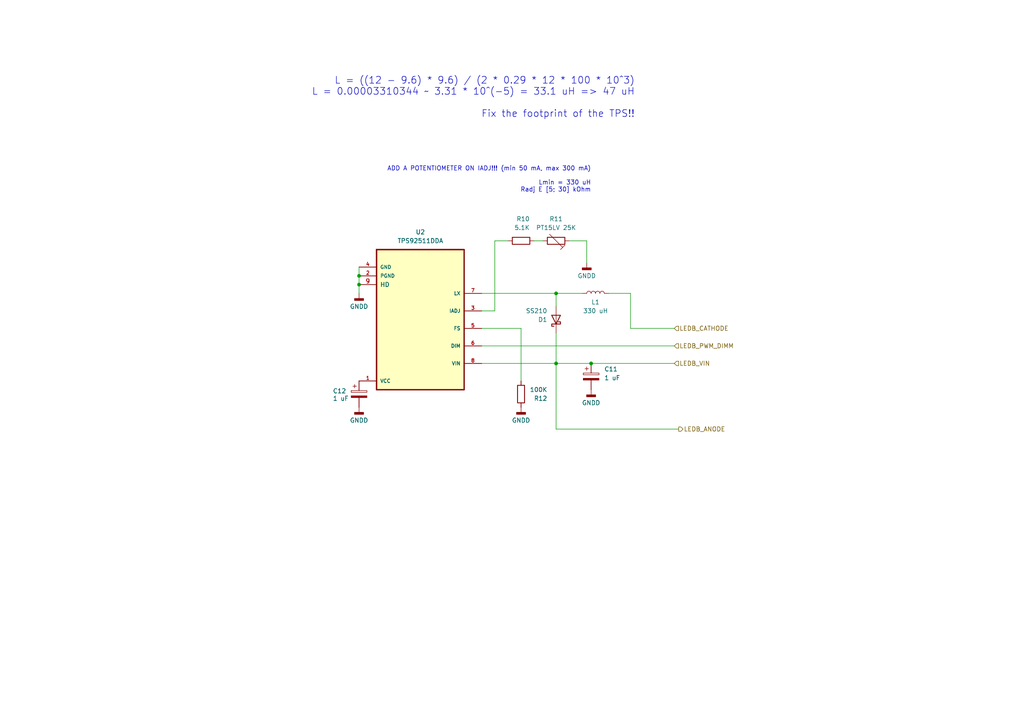
<source format=kicad_sch>
(kicad_sch (version 20230121) (generator eeschema)
  (paper "A4")
  (lib_symbols
    (symbol "Device:C_Polarized" (pin_numbers hide) (pin_names (offset 0.254))
      (property "Reference" "C" (at 0.635 2.54 0))
      (property "Value" "C_Polarized" (at 0.635 -2.54 0))
      (symbol "C_Polarized_0_1"
        (rectangle (start -2.286 0.508) (end 2.286 1.016))
        (polyline (pts (xy -1.778 2.286) (xy -0.762 2.286)))
        (polyline (pts (xy -1.27 2.794) (xy -1.27 1.778)))
        (rectangle (start 2.286 -0.508) (end -2.286 -1.016) (fill (type outline)))
      )
      (symbol "C_Polarized_1_1"
        (pin passive line (at 0 3.81 270) (length 2.794) (name "~") (number "1"))
        (pin passive line (at 0 -3.81 90) (length 2.794) (name "~") (number "2"))
      )
    )
    (symbol "Device:D_Schottky" (pin_numbers hide) (pin_names (offset 1.016) hide)
      (property "Reference" "D" (at 0 2.54 0))
      (property "Value" "D_Schottky" (at 0 -2.54 0))
      (symbol "D_Schottky_0_1"
        (polyline (pts (xy 1.27 0) (xy -1.27 0)))
        (polyline (pts (xy 1.27 1.27) (xy 1.27 -1.27) (xy -1.27 0) (xy 1.27 1.27)) (stroke (width 0.254)))
        (polyline (pts (xy -1.905 0.635) (xy -1.905 1.27) (xy -1.27 1.27) (xy -1.27 -1.27) (xy -0.635 -1.27) (xy -0.635 -0.635)) (stroke (width 0.254)))
      )
      (symbol "D_Schottky_1_1"
        (pin passive line (at -3.81 0 0) (length 2.54) (name "K") (number "1"))
        (pin passive line (at 3.81 0 180) (length 2.54) (name "A") (number "2"))
      )
    )
    (symbol "Device:L" (pin_numbers hide) (pin_names (offset 1.016) hide)
      (property "Reference" "L" (at -1.27 0 90))
      (property "Value" "L" (at 1.905 0 90))
      (symbol "L_0_1"
        (arc (start 0 -2.54) (mid 0.6323 -1.905) (end 0 -1.27))
        (arc (start 0 -1.27) (mid 0.6323 -0.635) (end 0 0))
        (arc (start 0 0) (mid 0.6323 0.635) (end 0 1.27))
        (arc (start 0 1.27) (mid 0.6323 1.905) (end 0 2.54))
      )
      (symbol "L_1_1"
        (pin passive line (at 0 3.81 270) (length 1.27) (name "1") (number "1"))
        (pin passive line (at 0 -3.81 90) (length 1.27) (name "2") (number "2"))
      )
    )
    (symbol "Device:R" (pin_numbers hide) (pin_names (offset 0))
      (property "Reference" "R" (at 2.032 0 90))
      (property "Value" "R" (at 0 0 90))
      (symbol "R_0_1"
        (rectangle (start -1.016 -2.54) (end 1.016 2.54) (stroke (width 0.254)))
      )
      (symbol "R_1_1"
        (pin passive line (at 0 3.81 270) (length 1.27) (name "~") (number "1"))
        (pin passive line (at 0 -3.81 90) (length 1.27) (name "~") (number "2"))
      )
    )
    (symbol "Device:R_Trim" (pin_numbers hide) (pin_names (offset 0))
      (property "Reference" "R" (at 2.54 -2.54 90))
      (property "Value" "R_Trim" (at -2.54 -0.635 90))
      (symbol "R_Trim_0_1"
        (rectangle (start -1.016 -2.54) (end 1.016 2.54) (stroke (width 0.254)))
        (polyline (pts (xy -1.905 -1.905) (xy 1.905 1.905) (xy 2.54 1.27) (xy 1.27 2.54)))
      )
      (symbol "R_Trim_1_1"
        (pin passive line (at 0 3.81 270) (length 1.27) (name "~") (number "1"))
        (pin passive line (at 0 -3.81 90) (length 1.27) (name "~") (number "2"))
      )
    )
    (symbol "power:GNDD" (power) (pin_names (offset 0))
      (property "Value" "GNDD" (at 0 -3.175 0))
      (symbol "GNDD_0_1"
        (rectangle (start -1.27 -1.524) (end 1.27 -2.032) (stroke (width 0.254)) (fill (type outline)))
        (polyline (pts (xy 0 0) (xy 0 -1.524)))
      )
      (symbol "GNDD_1_1"
        (pin power_in line (at 0 0 270) (length 0) hide (name "GNDD") (number "1"))
      )
    )
    (symbol "tps9511:TPS92511DDA" (pin_names (offset 1.016))
      (property "Reference" "U2" (at 0 -25.4 0))
      (property "Value" "TPS92511DDA" (at 0 -22.86 0))
      (symbol "TPS92511DDA_0_0"
        (rectangle (start -12.7 20.32) (end 12.7 -20.32) (stroke (width 0.41)) (fill (type background)))
        (pin power_in line (at 17.78 17.78 180) (length 5.08) (name "VCC") (number "1"))
        (pin power_in line (at 17.78 -12.7 180) (length 5.08) (name "PGND") (number "2"))
        (pin bidirectional line (at -17.78 -2.54 0) (length 5.08) (name "IADJ") (number "3"))
        (pin power_in line (at 17.78 -15.24 180) (length 5.08) (name "GND") (number "4"))
        (pin bidirectional line (at -17.78 2.54 0) (length 5.08) (name "FS") (number "5"))
        (pin bidirectional line (at -17.78 7.62 0) (length 5.08) (name "DIM") (number "6"))
        (pin input line (at -17.78 12.7 0) (length 5.08) (name "VIN") (number "8"))
      )
      (symbol "TPS92511DDA_1_0"
        (pin bidirectional line (at -17.78 -7.62 0) (length 5.08) (name "LX") (number "7"))
      )
      (symbol "TPS92511DDA_1_1"
        (pin passive line (at 17.78 -10.16 180) (length 5.08) (name "HD") (number "9"))
      )
    )
  )
  (junction (at 161.29 85.09))
  (junction (at 104.14 80.01))
  (junction (at 104.14 82.55))
  (junction (at 171.45 105.41))
  (junction (at 161.29 105.41))
  (wire (pts (xy 161.29 105.41) (xy 171.45 105.41)))
  (wire (pts (xy 104.14 82.55) (xy 104.14 80.01)))
  (wire (pts (xy 143.51 69.85) (xy 143.51 90.17)))
  (wire (pts (xy 161.29 96.52) (xy 161.29 105.41)))
  (wire (pts (xy 161.29 124.46) (xy 161.29 105.41)))
  (wire (pts (xy 104.14 80.01) (xy 104.14 77.47)))
  (wire (pts (xy 139.7 105.41) (xy 161.29 105.41)))
  (wire (pts (xy 154.94 69.85) (xy 157.48 69.85)))
  (wire (pts (xy 165.1 69.85) (xy 170.18 69.85)))
  (wire (pts (xy 147.32 69.85) (xy 143.51 69.85)))
  (wire (pts (xy 161.29 85.09) (xy 161.29 88.9)))
  (wire (pts (xy 151.13 95.25) (xy 151.13 110.49)))
  (wire (pts (xy 139.7 95.25) (xy 151.13 95.25)))
  (wire (pts (xy 139.7 85.09) (xy 161.29 85.09)))
  (wire (pts (xy 196.85 124.46) (xy 161.29 124.46)))
  (wire (pts (xy 170.18 69.85) (xy 170.18 76.2)))
  (wire (pts (xy 182.88 85.09) (xy 182.88 95.25)))
  (wire (pts (xy 168.91 85.09) (xy 161.29 85.09)))
  (wire (pts (xy 104.14 85.09) (xy 104.14 82.55)))
  (wire (pts (xy 176.53 85.09) (xy 182.88 85.09)))
  (wire (pts (xy 139.7 100.33) (xy 195.58 100.33)))
  (wire (pts (xy 139.7 90.17) (xy 143.51 90.17)))
  (wire (pts (xy 171.45 105.41) (xy 195.58 105.41)))
  (wire (pts (xy 182.88 95.25) (xy 195.58 95.25)))
  (text "ADD A POTENTIOMETER ON IADJ!!! (min 50 mA, max 300 mA)\n\nLmin = 330 uH\nRadj E [5; 30] kOhm" (at 171.45 55.88 0) (effects (font (size 1.27 1.27)) (justify right bottom)))
  (text "L = ((12 - 9.6) * 9.6) / (2 * 0.29 * 12 * 100 * 10^3)\nL = 0.00003310344 ~ 3.31 * 10^(-5) = 33.1 uH => 47 uH\n\nFix the footprint of the TPS!!" (at 184.15 34.29 0) (effects (font (size 2 2)) (justify right bottom)))
  (hierarchical_label "LEDB_CATHODE" (shape input) (at 195.58 95.25 0))
  (hierarchical_label "LEDB_VIN" (shape input) (at 195.58 105.41 0))
  (hierarchical_label "LEDB_ANODE" (shape output) (at 196.85 124.46 0))
  (hierarchical_label "LEDB_PWM_DIMM" (shape input) (at 195.58 100.33 0))
  (symbol (lib_id "Device:D_Schottky") (at 161.29 92.71 90) (unit 1)
    (property "Reference" "D1" (at 158.75 92.71 90) (effects (justify left)))
    (property "Value" "SS210" (at 158.75 90.17 90) (effects (justify left)))
    (property "Footprint" "Diode_SMD:D_SMB" (effects hide))
  )
  (symbol (lib_id "Device:R") (at 151.13 69.85 90) (mirror x) (unit 1)
    (property "Reference" "R10" (at 153.67 63.5 90) (effects (justify left)))
    (property "Value" "5.1K" (at 153.67 66.04 90) (effects (justify left)))
    (property "Footprint" "Resistor_SMD:R_0805_2012Metric" (effects hide))
  )
  (symbol (lib_id "tps9511:TPS92511DDA") (at 121.92 92.71 180) (unit 1)
    (property "Reference" "U2" (at 121.92 67.31 0))
    (property "Value" "TPS92511DDA" (at 121.92 69.85 0))
    (property "Footprint" "Package_SO:SOIC-8-1EP_3.9x4.9mm_P1.27mm_EP2.29x3mm_ThermalVias" (effects hide))
    (property "MF" "Texas Instruments" (effects hide))
    (property "Description" "\n500mA 30W Anode Capable constant current buck LED Dvr\n" (effects hide))
    (property "Package" "HSOIC-8 Texas Instruments" (effects hide))
    (property "Price" "None" (effects hide))
    (property "SnapEDA_Link" "https://www.snapeda.com/parts/TPS92511DDA/Texas+Instruments/view-part/?ref=snap" (effects hide))
    (property "MP" "TPS92511DDA" (effects hide))
    (property "Purchase-URL" "https://www.snapeda.com/api/url_track_click_mouser/?unipart_id=1202263&manufacturer=Texas Instruments&part_name=TPS92511DDA&search_term=None" (effects hide))
    (property "Availability" "In Stock" (effects hide))
    (property "Check_prices" "https://www.snapeda.com/parts/TPS92511DDA/Texas+Instruments/view-part/?ref=eda" (effects hide))
  )
  (symbol (lib_id "power:GNDD") (at 104.14 85.09 0) (unit 1)
    (property "Reference" "#PWR035" (effects hide))
    (property "Value" "GNDD" (at 104.14 88.9 0))
  )
  (symbol (lib_id "power:GNDD") (at 104.14 118.11 0) (unit 1)
    (property "Reference" "#PWR037" (effects hide))
    (property "Value" "GNDD" (at 104.14 121.92 0))
  )
  (symbol (lib_id "Device:R_Trim") (at 161.29 69.85 270) (unit 1)
    (property "Reference" "R11" (at 161.29 63.5 90))
    (property "Value" "PT15LV 25K" (at 161.29 66.04 90))
    (property "Footprint" "Potentiometer_THT:Potentiometer_ACP_CA14V-15_Vertical" (effects hide))
  )
  (symbol (lib_id "Device:L") (at 172.72 85.09 90) (unit 1)
    (property "Reference" "L1" (at 172.72 87.63 90))
    (property "Value" "330 uH" (at 172.72 90.17 90))
    (property "Footprint" "Inductor_SMD:L_SigTra_SC3316F" (effects hide))
  )
  (symbol (lib_id "power:GNDD") (at 171.45 113.03 0) (unit 1)
    (property "Reference" "#PWR036" (effects hide))
    (property "Value" "GNDD" (at 171.45 116.84 0))
  )
  (symbol (lib_id "power:GNDD") (at 170.18 76.2 0) (mirror y) (unit 1)
    (property "Reference" "#PWR034" (effects hide))
    (property "Value" "GNDD" (at 170.18 80.01 0))
  )
  (symbol (lib_id "Device:C_Polarized") (at 171.45 109.22 0) (unit 1)
    (property "Reference" "C11" (at 175.26 107.061 0) (effects (justify left)))
    (property "Value" "1 uF" (at 175.26 109.601 0) (effects (justify left)))
    (property "Footprint" "Capacitor_SMD:C_0805_2012Metric" (effects hide))
  )
  (symbol (lib_id "Device:R") (at 151.13 114.3 0) (mirror y) (unit 1)
    (property "Reference" "R12" (at 158.75 115.57 0) (effects (justify left)))
    (property "Value" "100K" (at 156.21 113.03 0))
    (property "Footprint" "Resistor_SMD:R_0805_2012Metric" (effects hide))
  )
  (symbol (lib_id "Device:C_Polarized") (at 104.14 114.3 0) (unit 1)
    (property "Reference" "C12" (at 96.52 113.411 0) (effects (justify left)))
    (property "Value" "1 uF" (at 96.52 115.57 0) (effects (justify left)))
    (property "Footprint" "Capacitor_SMD:C_0805_2012Metric" (effects hide))
  )
  (symbol (lib_id "power:GNDD") (at 151.13 118.11 0) (mirror y) (unit 1)
    (property "Reference" "#PWR038" (effects hide))
    (property "Value" "GNDD" (at 151.13 121.92 0))
  )
)
</source>
